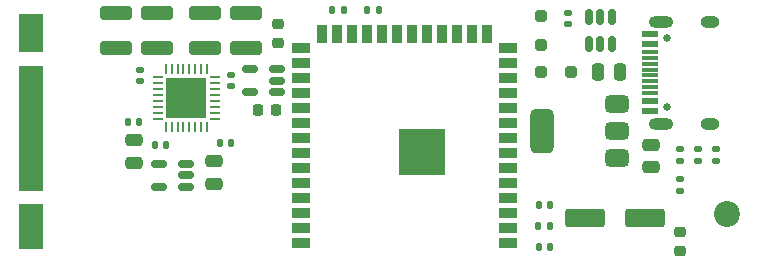
<source format=gbr>
%TF.GenerationSoftware,KiCad,Pcbnew,8.0.1*%
%TF.CreationDate,2024-04-21T19:45:24+02:00*%
%TF.ProjectId,Hypersonic_pcb,48797065-7273-46f6-9e69-635f7063622e,rev?*%
%TF.SameCoordinates,Original*%
%TF.FileFunction,Soldermask,Top*%
%TF.FilePolarity,Negative*%
%FSLAX46Y46*%
G04 Gerber Fmt 4.6, Leading zero omitted, Abs format (unit mm)*
G04 Created by KiCad (PCBNEW 8.0.1) date 2024-04-21 19:45:24*
%MOMM*%
%LPD*%
G01*
G04 APERTURE LIST*
G04 Aperture macros list*
%AMRoundRect*
0 Rectangle with rounded corners*
0 $1 Rounding radius*
0 $2 $3 $4 $5 $6 $7 $8 $9 X,Y pos of 4 corners*
0 Add a 4 corners polygon primitive as box body*
4,1,4,$2,$3,$4,$5,$6,$7,$8,$9,$2,$3,0*
0 Add four circle primitives for the rounded corners*
1,1,$1+$1,$2,$3*
1,1,$1+$1,$4,$5*
1,1,$1+$1,$6,$7*
1,1,$1+$1,$8,$9*
0 Add four rect primitives between the rounded corners*
20,1,$1+$1,$2,$3,$4,$5,0*
20,1,$1+$1,$4,$5,$6,$7,0*
20,1,$1+$1,$6,$7,$8,$9,0*
20,1,$1+$1,$8,$9,$2,$3,0*%
G04 Aperture macros list end*
%ADD10C,0.100000*%
%ADD11R,1.500000X0.900000*%
%ADD12R,0.900000X1.500000*%
%ADD13C,0.600000*%
%ADD14R,3.900000X3.900000*%
%ADD15RoundRect,0.250000X-1.412500X-0.550000X1.412500X-0.550000X1.412500X0.550000X-1.412500X0.550000X0*%
%ADD16RoundRect,0.250000X1.100000X-0.325000X1.100000X0.325000X-1.100000X0.325000X-1.100000X-0.325000X0*%
%ADD17RoundRect,0.140000X0.140000X0.170000X-0.140000X0.170000X-0.140000X-0.170000X0.140000X-0.170000X0*%
%ADD18RoundRect,0.250000X0.250000X0.250000X-0.250000X0.250000X-0.250000X-0.250000X0.250000X-0.250000X0*%
%ADD19RoundRect,0.135000X-0.185000X0.135000X-0.185000X-0.135000X0.185000X-0.135000X0.185000X0.135000X0*%
%ADD20RoundRect,0.250000X0.475000X-0.250000X0.475000X0.250000X-0.475000X0.250000X-0.475000X-0.250000X0*%
%ADD21RoundRect,0.135000X-0.135000X-0.185000X0.135000X-0.185000X0.135000X0.185000X-0.135000X0.185000X0*%
%ADD22RoundRect,0.140000X-0.140000X-0.170000X0.140000X-0.170000X0.140000X0.170000X-0.140000X0.170000X0*%
%ADD23RoundRect,0.150000X0.512500X0.150000X-0.512500X0.150000X-0.512500X-0.150000X0.512500X-0.150000X0*%
%ADD24RoundRect,0.150000X-0.150000X0.512500X-0.150000X-0.512500X0.150000X-0.512500X0.150000X0.512500X0*%
%ADD25RoundRect,0.375000X0.625000X0.375000X-0.625000X0.375000X-0.625000X-0.375000X0.625000X-0.375000X0*%
%ADD26RoundRect,0.500000X0.500000X1.400000X-0.500000X1.400000X-0.500000X-1.400000X0.500000X-1.400000X0*%
%ADD27RoundRect,0.140000X-0.170000X0.140000X-0.170000X-0.140000X0.170000X-0.140000X0.170000X0.140000X0*%
%ADD28C,0.650000*%
%ADD29R,1.450000X0.600000*%
%ADD30R,1.450000X0.300000*%
%ADD31O,2.100000X1.000000*%
%ADD32O,1.600000X1.000000*%
%ADD33RoundRect,0.225000X0.225000X0.250000X-0.225000X0.250000X-0.225000X-0.250000X0.225000X-0.250000X0*%
%ADD34RoundRect,0.250000X0.250000X-0.250000X0.250000X0.250000X-0.250000X0.250000X-0.250000X-0.250000X0*%
%ADD35RoundRect,0.218750X-0.256250X0.218750X-0.256250X-0.218750X0.256250X-0.218750X0.256250X0.218750X0*%
%ADD36RoundRect,0.250000X-0.475000X0.250000X-0.475000X-0.250000X0.475000X-0.250000X0.475000X0.250000X0*%
%ADD37RoundRect,0.250000X0.250000X0.475000X-0.250000X0.475000X-0.250000X-0.475000X0.250000X-0.475000X0*%
%ADD38RoundRect,0.135000X0.185000X-0.135000X0.185000X0.135000X-0.185000X0.135000X-0.185000X-0.135000X0*%
%ADD39RoundRect,0.062500X0.375000X0.062500X-0.375000X0.062500X-0.375000X-0.062500X0.375000X-0.062500X0*%
%ADD40RoundRect,0.062500X0.062500X0.375000X-0.062500X0.375000X-0.062500X-0.375000X0.062500X-0.375000X0*%
%ADD41R,3.450000X3.450000*%
%ADD42C,2.200000*%
%ADD43RoundRect,0.225000X-0.250000X0.225000X-0.250000X-0.225000X0.250000X-0.225000X0.250000X0.225000X0*%
G04 APERTURE END LIST*
D10*
%TO.C,J2*%
X92000000Y-85275000D02*
X90000000Y-85275000D01*
X90000000Y-82075000D01*
X92000000Y-82075000D01*
X92000000Y-85275000D01*
G36*
X92000000Y-85275000D02*
G01*
X90000000Y-85275000D01*
X90000000Y-82075000D01*
X92000000Y-82075000D01*
X92000000Y-85275000D01*
G37*
X92000000Y-97025000D02*
X90000000Y-97025000D01*
X90000000Y-86475000D01*
X92000000Y-86475000D01*
X92000000Y-97025000D01*
G36*
X92000000Y-97025000D02*
G01*
X90000000Y-97025000D01*
X90000000Y-86475000D01*
X92000000Y-86475000D01*
X92000000Y-97025000D01*
G37*
X92000000Y-101925000D02*
X90000000Y-101925000D01*
X90000000Y-98225000D01*
X92000000Y-98225000D01*
X92000000Y-101925000D01*
G36*
X92000000Y-101925000D02*
G01*
X90000000Y-101925000D01*
X90000000Y-98225000D01*
X92000000Y-98225000D01*
X92000000Y-101925000D01*
G37*
%TD*%
D11*
%TO.C,U1*%
X131395606Y-101520000D03*
X131395606Y-100250000D03*
X131395606Y-98980000D03*
X131395606Y-97710000D03*
X131395606Y-96440000D03*
X131395606Y-95170000D03*
X131395606Y-93900000D03*
X131395606Y-92630000D03*
X131395606Y-91360000D03*
X131395606Y-90090000D03*
X131395606Y-88820000D03*
X131395606Y-87550000D03*
X131395606Y-86280000D03*
X131395606Y-85010000D03*
D12*
X129630606Y-83760000D03*
X128360606Y-83760000D03*
X127090606Y-83760000D03*
X125820606Y-83760000D03*
X124550606Y-83760000D03*
X123280606Y-83760000D03*
X122010606Y-83760000D03*
X120740606Y-83760000D03*
X119470606Y-83760000D03*
X118200606Y-83760000D03*
X116930606Y-83760000D03*
X115660606Y-83760000D03*
D11*
X113895606Y-85010000D03*
X113895606Y-86280000D03*
X113895606Y-87550000D03*
X113895606Y-88820000D03*
X113895606Y-90090000D03*
X113895606Y-91360000D03*
X113895606Y-92630000D03*
X113895606Y-93900000D03*
X113895606Y-95170000D03*
X113895606Y-96440000D03*
X113895606Y-97710000D03*
X113895606Y-98980000D03*
X113895606Y-100250000D03*
X113895606Y-101520000D03*
D13*
X125545606Y-94500000D03*
X125545606Y-93100000D03*
X124845606Y-95200000D03*
X124845606Y-93800000D03*
X124845606Y-92400000D03*
X124145606Y-94500000D03*
D14*
X124145606Y-93800000D03*
D13*
X124145606Y-93100000D03*
X123445606Y-95200000D03*
X123445606Y-93800000D03*
X123445606Y-92400000D03*
X122745606Y-94500000D03*
X122745606Y-93100000D03*
%TD*%
D15*
%TO.C,C8*%
X137927907Y-99397344D03*
X143002907Y-99397344D03*
%TD*%
D16*
%TO.C,CF4*%
X101750000Y-84975001D03*
X101750000Y-82024999D03*
%TD*%
D17*
%TO.C,C7*%
X107980000Y-93012500D03*
X107020000Y-93012500D03*
%TD*%
D18*
%TO.C,D3*%
X136750000Y-87000000D03*
X134250000Y-87000000D03*
%TD*%
D19*
%TO.C,R4*%
X147500000Y-93550001D03*
X147500000Y-94569999D03*
%TD*%
D20*
%TO.C,C10*%
X99750000Y-94712499D03*
X99750000Y-92812501D03*
%TD*%
D21*
%TO.C,R6*%
X119490000Y-81750000D03*
X120510000Y-81750000D03*
%TD*%
D22*
%TO.C,C14*%
X99270000Y-91262500D03*
X100230000Y-91262500D03*
%TD*%
D23*
%TO.C,U4*%
X104137500Y-96712499D03*
X104137500Y-95762500D03*
X104137500Y-94812501D03*
X101862500Y-94812501D03*
X101862500Y-96712499D03*
%TD*%
D24*
%TO.C,U2*%
X140199999Y-82362500D03*
X139250000Y-82362500D03*
X138300001Y-82362500D03*
X138300001Y-84637500D03*
X139250000Y-84637500D03*
X140199999Y-84637500D03*
%TD*%
D25*
%TO.C,U3*%
X140650000Y-94300000D03*
X140649999Y-92000000D03*
D26*
X134350001Y-92000000D03*
D25*
X140650000Y-89700000D03*
%TD*%
D27*
%TO.C,C9*%
X108000000Y-87270000D03*
X108000000Y-88230000D03*
%TD*%
D28*
%TO.C,J1*%
X144900000Y-89950000D03*
X144900000Y-84170000D03*
D29*
X143455000Y-90310000D03*
X143455000Y-89510001D03*
D30*
X143455001Y-88310000D03*
X143455000Y-87310000D03*
X143455000Y-86810000D03*
X143455001Y-85810000D03*
D29*
X143455000Y-84609999D03*
X143455000Y-83810000D03*
X143455000Y-83810000D03*
X143455000Y-84609999D03*
D30*
X143455000Y-85310000D03*
X143455000Y-86310000D03*
X143455000Y-87810000D03*
X143455000Y-88810000D03*
D29*
X143455000Y-89510001D03*
X143455000Y-90310000D03*
D31*
X144370000Y-91380000D03*
D32*
X148550000Y-91380000D03*
D31*
X144370000Y-82740000D03*
D32*
X148550000Y-82740000D03*
%TD*%
D33*
%TO.C,C15*%
X111775000Y-90250000D03*
X110225000Y-90250000D03*
%TD*%
D23*
%TO.C,U6*%
X111887500Y-88699999D03*
X111887500Y-87750000D03*
X111887500Y-86800001D03*
X109612500Y-86800001D03*
X109612500Y-88699999D03*
%TD*%
D21*
%TO.C,R5*%
X116490000Y-81750000D03*
X117510000Y-81750000D03*
%TD*%
D17*
%TO.C,C2*%
X134980000Y-101810000D03*
X134020000Y-101810000D03*
%TD*%
D34*
%TO.C,D2*%
X134250000Y-84749999D03*
X134250000Y-82250001D03*
%TD*%
D19*
%TO.C,R1*%
X149000000Y-93550001D03*
X149000000Y-94569999D03*
%TD*%
D35*
%TO.C,D4*%
X146000000Y-100560000D03*
X146000000Y-102135002D03*
%TD*%
D36*
%TO.C,C6*%
X143561331Y-95056019D03*
X143561331Y-93156021D03*
%TD*%
D16*
%TO.C,CF1*%
X105750000Y-84975001D03*
X105750000Y-82024999D03*
%TD*%
D37*
%TO.C,C4*%
X140949999Y-87000000D03*
X139050001Y-87000000D03*
%TD*%
D38*
%TO.C,R7*%
X146000000Y-97069999D03*
X146000000Y-96050001D03*
%TD*%
D16*
%TO.C,CF3*%
X109250000Y-84975001D03*
X109250000Y-82024999D03*
%TD*%
D21*
%TO.C,R2*%
X133990001Y-100060000D03*
X135009999Y-100060000D03*
%TD*%
D39*
%TO.C,U5*%
X106637500Y-90962500D03*
X106637500Y-90462500D03*
X106637500Y-89962500D03*
X106637500Y-89462500D03*
X106637500Y-88962500D03*
X106637500Y-88462500D03*
X106637500Y-87962500D03*
X106637500Y-87462500D03*
D40*
X105950000Y-86775000D03*
X105450000Y-86775000D03*
X104950000Y-86775000D03*
X104450000Y-86775000D03*
X103950000Y-86775000D03*
X103450000Y-86775000D03*
X102950000Y-86775000D03*
X102450000Y-86775000D03*
D39*
X101762500Y-87462500D03*
X101762500Y-87962500D03*
X101762500Y-88462500D03*
X101762500Y-88962500D03*
X101762500Y-89462500D03*
X101762500Y-89962500D03*
X101762500Y-90462500D03*
X101762500Y-90962500D03*
D40*
X102450000Y-91650000D03*
X102950000Y-91650000D03*
X103450000Y-91650000D03*
X103950000Y-91650000D03*
X104450000Y-91650000D03*
X104950000Y-91650000D03*
X105450000Y-91650000D03*
X105950000Y-91650000D03*
D41*
X104200000Y-89212500D03*
%TD*%
D27*
%TO.C,C13*%
X100250000Y-86832500D03*
X100250000Y-87792500D03*
%TD*%
D19*
%TO.C,R3*%
X146000000Y-93550001D03*
X146000000Y-94569999D03*
%TD*%
D42*
%TO.C,H1*%
X150000000Y-99000000D03*
%TD*%
D17*
%TO.C,C1*%
X134980000Y-98310000D03*
X134020000Y-98310000D03*
%TD*%
D16*
%TO.C,CF2*%
X98250000Y-84975001D03*
X98250000Y-82024999D03*
%TD*%
D27*
%TO.C,C3*%
X136500000Y-82980000D03*
X136500000Y-82020000D03*
%TD*%
D17*
%TO.C,C12*%
X102480000Y-93212500D03*
X101520000Y-93212500D03*
%TD*%
D20*
%TO.C,C5*%
X106500000Y-96462499D03*
X106500000Y-94562501D03*
%TD*%
D43*
%TO.C,C11*%
X112000000Y-82975000D03*
X112000000Y-84525000D03*
%TD*%
M02*

</source>
